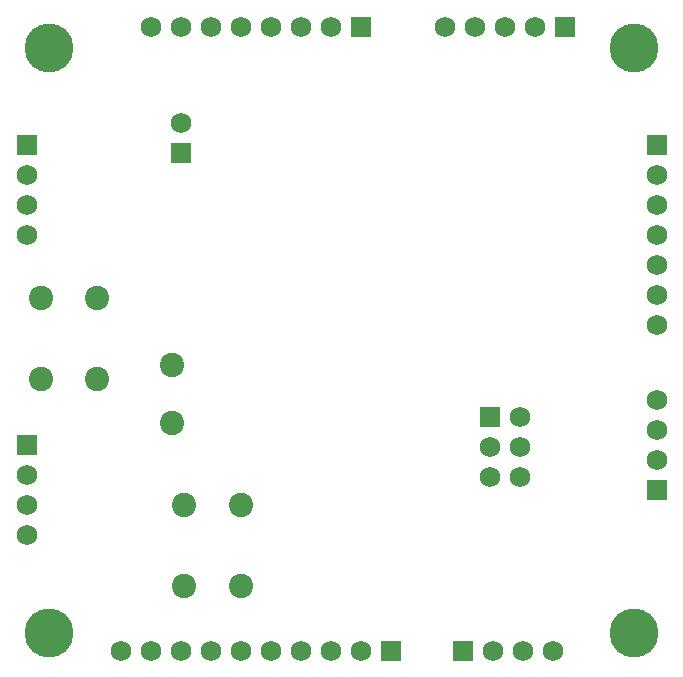
<source format=gbs>
G04*
G04 #@! TF.GenerationSoftware,Altium Limited,Altium Designer,21.6.1 (37)*
G04*
G04 Layer_Color=16711935*
%FSTAX23Y23*%
%MOIN*%
G70*
G04*
G04 #@! TF.SameCoordinates,3554761A-FA29-429D-AE60-9F5F3CB02BB6*
G04*
G04*
G04 #@! TF.FilePolarity,Negative*
G04*
G01*
G75*
%ADD36C,0.081*%
%ADD37C,0.069*%
%ADD38R,0.069X0.069*%
%ADD39R,0.069X0.069*%
%ADD40C,0.163*%
D36*
X01361Y02045D02*
D03*
X01173Y02316D02*
D03*
X01361D02*
D03*
X01173Y02045D02*
D03*
X0165Y01625D02*
D03*
X01838Y01354D02*
D03*
X0165D02*
D03*
X01838Y01625D02*
D03*
X0161Y019D02*
D03*
Y02092D02*
D03*
D37*
X0252Y0322D02*
D03*
X0262D02*
D03*
X0272D02*
D03*
X0282D02*
D03*
X01125Y01625D02*
D03*
Y01725D02*
D03*
Y01525D02*
D03*
Y02525D02*
D03*
Y02725D02*
D03*
Y02625D02*
D03*
X0277Y0192D02*
D03*
Y0182D02*
D03*
Y0172D02*
D03*
X0267Y0182D02*
D03*
Y0172D02*
D03*
X0164Y029D02*
D03*
X0174Y0322D02*
D03*
X0184D02*
D03*
X0194D02*
D03*
X0214D02*
D03*
X0204D02*
D03*
X0164D02*
D03*
X0154D02*
D03*
X0214Y0114D02*
D03*
X0144D02*
D03*
X0154D02*
D03*
X0164D02*
D03*
X0174D02*
D03*
X0184D02*
D03*
X0194D02*
D03*
X0204D02*
D03*
X0224D02*
D03*
X0288D02*
D03*
X0268D02*
D03*
X0278D02*
D03*
X03225Y02625D02*
D03*
Y02725D02*
D03*
Y02525D02*
D03*
Y02425D02*
D03*
Y02325D02*
D03*
Y02225D02*
D03*
Y01975D02*
D03*
Y01775D02*
D03*
Y01875D02*
D03*
D38*
X0292Y0322D02*
D03*
X0224D02*
D03*
X0234Y0114D02*
D03*
X0258D02*
D03*
D39*
X01125Y01825D02*
D03*
Y02825D02*
D03*
X0267Y0192D02*
D03*
X0164Y028D02*
D03*
X03225Y02825D02*
D03*
Y01675D02*
D03*
D40*
X012Y012D02*
D03*
X0315D02*
D03*
Y0315D02*
D03*
X012D02*
D03*
M02*

</source>
